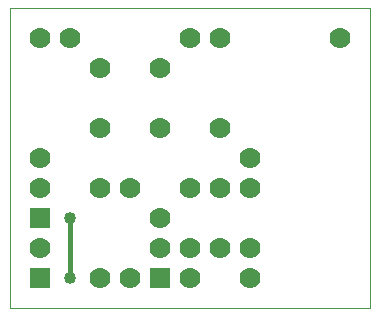
<source format=gtl>
G75*
%MOIN*%
%OFA0B0*%
%FSLAX25Y25*%
%IPPOS*%
%LPD*%
%AMOC8*
5,1,8,0,0,1.08239X$1,22.5*
%
%ADD10C,0.00472*%
%ADD11R,0.07000X0.07000*%
%ADD12C,0.07000*%
%ADD13C,0.01600*%
%ADD14C,0.04000*%
D10*
X0001236Y0001236D02*
X0121236Y0001236D01*
X0121236Y0101236D01*
X0001236Y0101236D01*
X0001236Y0001236D01*
D11*
X0011236Y0011236D03*
X0011236Y0031236D03*
X0051236Y0011236D03*
D12*
X0041236Y0011236D03*
X0031236Y0011236D03*
X0011236Y0021236D03*
X0011236Y0041236D03*
X0011236Y0051236D03*
X0031236Y0041236D03*
X0041236Y0041236D03*
X0051236Y0031236D03*
X0051236Y0021236D03*
X0061236Y0021236D03*
X0071236Y0021236D03*
X0081236Y0021236D03*
X0081236Y0011236D03*
X0061236Y0011236D03*
X0061236Y0041236D03*
X0071236Y0041236D03*
X0081236Y0041236D03*
X0081236Y0051236D03*
X0071236Y0061236D03*
X0051236Y0061236D03*
X0031236Y0061236D03*
X0031236Y0081236D03*
X0021236Y0091236D03*
X0011236Y0091236D03*
X0051236Y0081236D03*
X0061236Y0091236D03*
X0071236Y0091236D03*
X0111236Y0091236D03*
D13*
X0021236Y0031236D02*
X0021236Y0011236D01*
D14*
X0021236Y0011236D03*
X0021236Y0031236D03*
M02*

</source>
